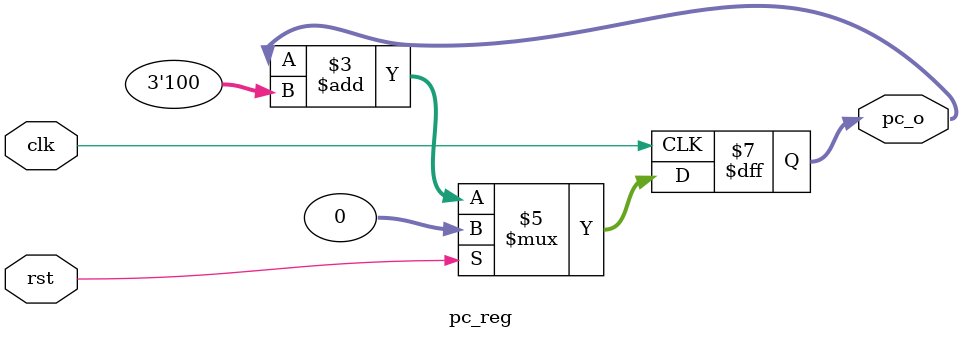
<source format=v>
module pc_reg(
	input wire   		clk,
	input wire   		rst,
	output reg[31:0] 	pc_o
);
	always@(posedge clk)begin
	if(rst ==1'b1)
		pc_o <= 32'b0;
	else
		pc_o <= pc_o + 3'd4;

end

endmodule
</source>
